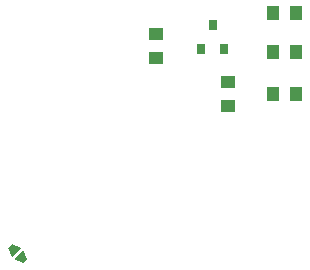
<source format=gbp>
G04 #@! TF.FileFunction,Paste,Bot*
%FSLAX46Y46*%
G04 Gerber Fmt 4.6, Leading zero omitted, Abs format (unit mm)*
G04 Created by KiCad (PCBNEW 4.0.7) date 04/13/18 12:18:04*
%MOMM*%
%LPD*%
G01*
G04 APERTURE LIST*
%ADD10C,0.100000*%
%ADD11R,1.000000X1.250000*%
%ADD12R,1.250000X1.000000*%
%ADD13R,0.800000X0.900000*%
G04 APERTURE END LIST*
D10*
D11*
X239538000Y-93726000D03*
X241538000Y-93726000D03*
X239538000Y-100584000D03*
X241538000Y-100584000D03*
X239538000Y-97028000D03*
X241538000Y-97028000D03*
D12*
X229616000Y-97520000D03*
X229616000Y-95520000D03*
X235712000Y-99584000D03*
X235712000Y-101584000D03*
D13*
X235392000Y-96758000D03*
X233492000Y-96758000D03*
X234442000Y-94758000D03*
D10*
G36*
X218750829Y-114511276D02*
X218397276Y-114864829D01*
X217619459Y-114511276D01*
X218397276Y-113733459D01*
X218750829Y-114511276D01*
X218750829Y-114511276D01*
G37*
G36*
X218244541Y-113580724D02*
X217466724Y-114358541D01*
X217113171Y-113580724D01*
X217466724Y-113227171D01*
X218244541Y-113580724D01*
X218244541Y-113580724D01*
G37*
M02*

</source>
